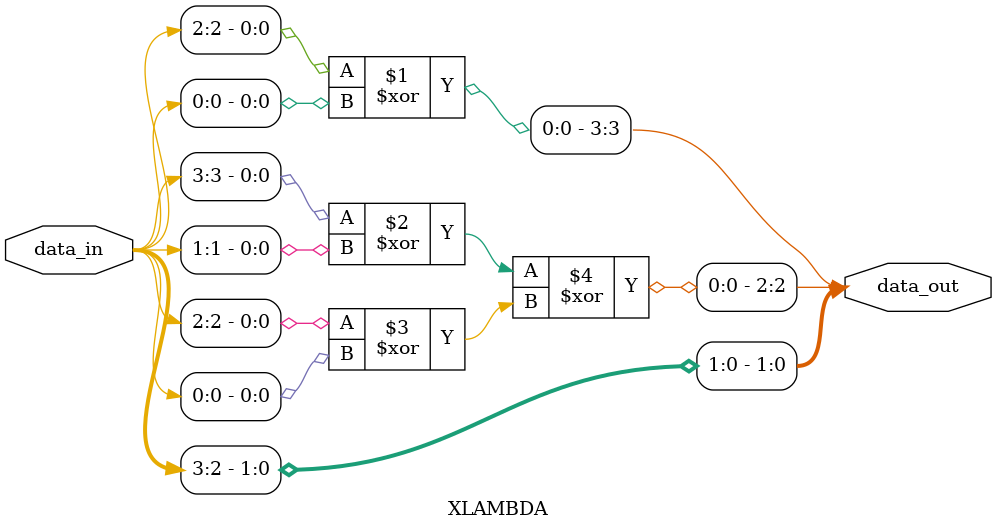
<source format=v>
`timescale 1ns / 1ps

module XLAMBDA (
    input  wire [3 : 0] data_in,
    output wire [3 : 0] data_out
);

assign data_out[3]=data_in[2]^data_in[0];
assign data_out[2]=(data_in[3]^data_in[1])^(data_in[2]^data_in[0]);
assign data_out[1]=data_in[3];
assign data_out[0]=data_in[2];

endmodule
</source>
